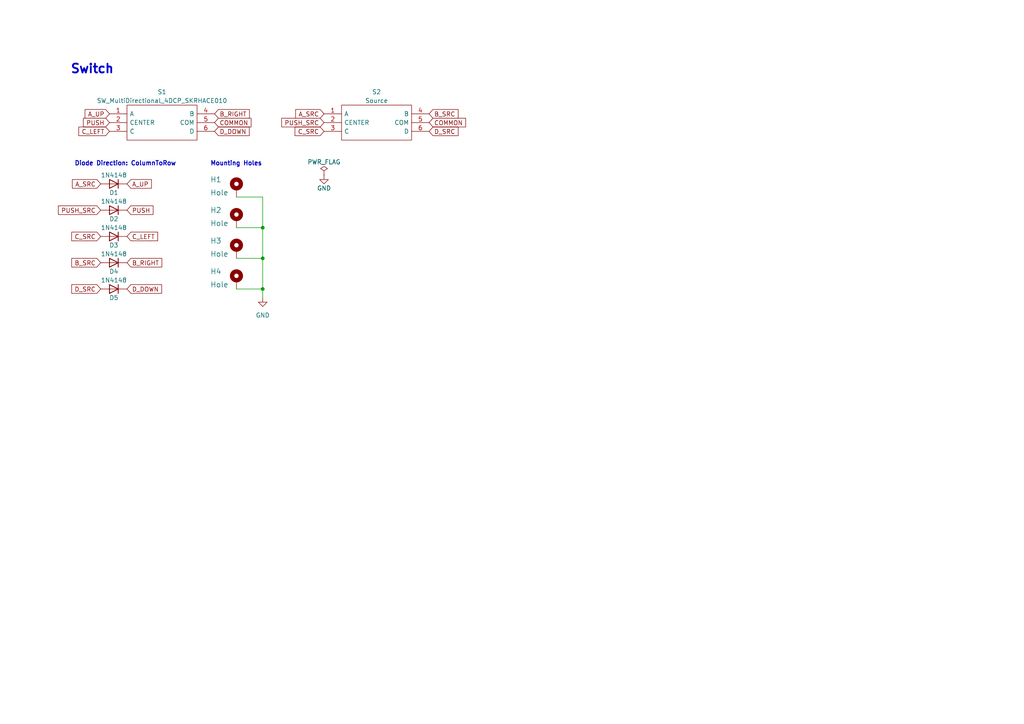
<source format=kicad_sch>
(kicad_sch (version 20230121) (generator eeschema)
  (paper "A4")
  (lib_symbols
    (symbol "Diode:1N4148" (pin_numbers hide) (pin_names hide)
      (property "Reference" "D" (at 0 2.54 0))
      (property "Value" "1N4148" (at 0 -2.54 0))
      (symbol "1N4148_0_1"
        (polyline (pts (xy -1.27 1.27) (xy -1.27 -1.27)) (stroke (width 0.254)))
        (polyline (pts (xy 1.27 0) (xy -1.27 0)))
        (polyline (pts (xy 1.27 1.27) (xy 1.27 -1.27) (xy -1.27 0) (xy 1.27 1.27)) (stroke (width 0.254)))
      )
      (symbol "1N4148_1_1"
        (pin passive line (at -3.81 0 0) (length 2.54) (name "K") (number "1"))
        (pin passive line (at 3.81 0 180) (length 2.54) (name "A") (number "2"))
      )
    )
    (symbol "Keebrary:SW_MultiDirectional_4DCP_SKRHACE010" (pin_names (offset 0.762))
      (property "Reference" "S" (at 26.67 7.62 0))
      (property "Value" "SW_MultiDirectional_4DCP_SKRHACE010" (at 26.67 5.08 0))
      (symbol "SW_MultiDirectional_4DCP_SKRHACE010_0_0"
        (pin passive line (at 0 0 0) (length 5.08) (name "A") (number "1"))
        (pin passive line (at 0 -2.54 0) (length 5.08) (name "CENTER") (number "2"))
        (pin passive line (at 0 -5.08 0) (length 5.08) (name "C") (number "3"))
        (pin passive line (at 30.48 0 180) (length 5.08) (name "B") (number "4"))
        (pin passive line (at 30.48 -2.54 180) (length 5.08) (name "COM") (number "5"))
        (pin passive line (at 30.48 -5.08 180) (length 5.08) (name "D") (number "6"))
      )
      (symbol "SW_MultiDirectional_4DCP_SKRHACE010_0_1"
        (polyline (pts (xy 5.08 2.54) (xy 25.4 2.54) (xy 25.4 -7.62) (xy 5.08 -7.62) (xy 5.08 2.54)) (stroke (width 0.1524)))
      )
    )
    (symbol "Mechanical:MountingHole_Pad" (pin_numbers hide) (pin_names (offset 1.016) hide)
      (property "Reference" "H" (at 0 6.35 0))
      (property "Value" "MountingHole_Pad" (at 0 4.445 0))
      (symbol "MountingHole_Pad_0_1"
        (circle (center 0 1.27) (radius 1.27) (stroke (width 1.27)))
      )
      (symbol "MountingHole_Pad_1_1"
        (pin input line (at 0 -2.54 90) (length 2.54) (name "1") (number "1"))
      )
    )
    (symbol "power:GND" (power) (pin_names (offset 0))
      (property "Value" "GND" (at 0 -3.81 0))
      (symbol "GND_0_1"
        (polyline (pts (xy 0 0) (xy 0 -1.27) (xy 1.27 -1.27) (xy 0 -2.54) (xy -1.27 -1.27) (xy 0 -1.27)))
      )
      (symbol "GND_1_1"
        (pin power_in line (at 0 0 270) (length 0) hide (name "GND") (number "1"))
      )
    )
    (symbol "power:PWR_FLAG" (power) (pin_numbers hide) (pin_names (offset 0) hide)
      (property "Value" "PWR_FLAG" (at 0 3.81 0))
      (symbol "PWR_FLAG_0_0"
        (pin power_out line (at 0 0 90) (length 0) (name "pwr") (number "1"))
      )
      (symbol "PWR_FLAG_0_1"
        (polyline (pts (xy 0 0) (xy 0 1.27) (xy -1.016 1.905) (xy 0 2.54) (xy 1.016 1.905) (xy 0 1.27)))
      )
    )
  )
  (junction (at 76.2 74.93))
  (junction (at 76.2 83.82))
  (junction (at 76.2 66.04))
  (wire (pts (xy 76.2 83.82) (xy 68.58 83.82)))
  (wire (pts (xy 76.2 66.04) (xy 76.2 74.93)))
  (wire (pts (xy 68.58 74.93) (xy 76.2 74.93)))
  (wire (pts (xy 76.2 57.15) (xy 76.2 66.04)))
  (wire (pts (xy 76.2 74.93) (xy 76.2 83.82)))
  (wire (pts (xy 76.2 86.36) (xy 76.2 83.82)))
  (wire (pts (xy 68.58 57.15) (xy 76.2 57.15)))
  (wire (pts (xy 68.58 66.04) (xy 76.2 66.04)))
  (text "Diode Direction: ColumnToRow" (at 21.59 48.26 0) (effects (font (size 1.27 1.27) (thickness 0.254) bold) (justify left bottom)))
  (text "Switch" (at 20.32 21.59 0) (effects (font (size 2.54 2.54) (thickness 0.508) bold) (justify left bottom)))
  (text "Mounting Holes" (at 60.96 48.26 0) (effects (font (size 1.27 1.27) (thickness 0.254) bold) (justify left bottom)))
  (global_label "PUSH" (shape input) (at 31.75 35.56 180) (property "Intersheetrefs" "${INTERSHEET_REFS}" (effects hide)))
  (global_label "A_UP" (shape input) (at 36.83 53.34 0) (property "Intersheetrefs" "${INTERSHEET_REFS}" (effects hide)))
  (global_label "C_SRC" (shape input) (at 29.21 68.58 180) (property "Intersheetrefs" "${INTERSHEET_REFS}" (effects hide)))
  (global_label "A_SRC" (shape input) (at 29.21 53.34 180) (property "Intersheetrefs" "${INTERSHEET_REFS}" (effects hide)))
  (global_label "A_UP" (shape input) (at 31.75 33.02 180) (property "Intersheetrefs" "${INTERSHEET_REFS}" (effects hide)))
  (global_label "C_LEFT" (shape input) (at 36.83 68.58 0) (property "Intersheetrefs" "${INTERSHEET_REFS}" (effects hide)))
  (global_label "D_SRC" (shape input) (at 29.21 83.82 180) (property "Intersheetrefs" "${INTERSHEET_REFS}" (effects hide)))
  (global_label "A_SRC" (shape input) (at 93.98 33.02 180) (property "Intersheetrefs" "${INTERSHEET_REFS}" (effects hide)))
  (global_label "B_RIGHT" (shape input) (at 62.23 33.02 0) (property "Intersheetrefs" "${INTERSHEET_REFS}" (effects hide)))
  (global_label "D_SRC" (shape input) (at 124.46 38.1 0) (property "Intersheetrefs" "${INTERSHEET_REFS}" (effects hide)))
  (global_label "D_DOWN" (shape input) (at 36.83 83.82 0) (property "Intersheetrefs" "${INTERSHEET_REFS}" (effects hide)))
  (global_label "PUSH_SRC" (shape input) (at 93.98 35.56 180) (property "Intersheetrefs" "${INTERSHEET_REFS}" (effects hide)))
  (global_label "B_SRC" (shape input) (at 124.46 33.02 0) (property "Intersheetrefs" "${INTERSHEET_REFS}" (effects hide)))
  (global_label "B_RIGHT" (shape input) (at 36.83 76.2 0) (property "Intersheetrefs" "${INTERSHEET_REFS}" (effects hide)))
  (global_label "COMMON" (shape input) (at 124.46 35.56 0) (property "Intersheetrefs" "${INTERSHEET_REFS}" (effects hide)))
  (global_label "PUSH" (shape input) (at 36.83 60.96 0) (property "Intersheetrefs" "${INTERSHEET_REFS}" (effects hide)))
  (global_label "C_SRC" (shape input) (at 93.98 38.1 180) (property "Intersheetrefs" "${INTERSHEET_REFS}" (effects hide)))
  (global_label "C_LEFT" (shape input) (at 31.75 38.1 180) (property "Intersheetrefs" "${INTERSHEET_REFS}" (effects hide)))
  (global_label "COMMON" (shape input) (at 62.23 35.56 0) (property "Intersheetrefs" "${INTERSHEET_REFS}" (effects hide)))
  (global_label "D_DOWN" (shape input) (at 62.23 38.1 0) (property "Intersheetrefs" "${INTERSHEET_REFS}" (effects hide)))
  (global_label "PUSH_SRC" (shape input) (at 29.21 60.96 180) (property "Intersheetrefs" "${INTERSHEET_REFS}" (effects hide)))
  (global_label "B_SRC" (shape input) (at 29.21 76.2 180) (property "Intersheetrefs" "${INTERSHEET_REFS}" (effects hide)))
  (symbol (lib_id "Keebrary:SW_MultiDirectional_4DCP_SKRHACE010") (at 93.98 33.02 0) (unit 1)
    (property "Reference" "S2" (at 109.22 26.67 0))
    (property "Value" "Source" (at 109.22 29.21 0))
    (property "Footprint" "Keebrary:SW_MX_1u_PCB_SKRHAdapter" (effects hide))
    (property "Datasheet" "https://www.alps.com/prod/info/E/HTML/MultiControl/Switch/SKRH/SKRHACE010.html" (effects hide))
    (property "Description" "Multi-Directional Switches 4-directn cntr push w/o boss 500K cycles" (effects hide))
    (property "Manufacturer_Name" "ALPS Electric" (effects hide))
    (property "Manufacturer_Part_Number" "SKRHACE010" (effects hide))
    (property "Mouser Part Number" "688-SKRHAC" (effects hide))
    (property "Mouser Price/Stock" "https://www.mouser.co.uk/ProductDetail/Alps-Alpine/SKRHACE010?qs=seHrhfPpLDxjRn0EPRko3g%3D%3D" (effects hide))
  )
  (symbol (lib_id "Mechanical:MountingHole_Pad") (at 68.58 63.5 0) (unit 1)
    (property "Reference" "H2" (at 60.96 60.96 0) (effects (font (size 1.524 1.524)) (justify left)))
    (property "Value" "Hole" (at 60.96 64.77 0) (effects (font (size 1.524 1.524)) (justify left)))
    (property "Footprint" "Keebrary:MountingHole_2.2mm_M2_Pad_3.8mm" (effects hide))
  )
  (symbol (lib_id "Mechanical:MountingHole_Pad") (at 68.58 81.28 0) (unit 1)
    (property "Reference" "H4" (at 60.96 78.74 0) (effects (font (size 1.524 1.524)) (justify left)))
    (property "Value" "Hole" (at 60.96 82.55 0) (effects (font (size 1.524 1.524)) (justify left)))
    (property "Footprint" "Keebrary:MountingHole_2.2mm_M2_Pad_3.8mm" (effects hide))
  )
  (symbol (lib_id "Diode:1N4148") (at 33.02 83.82 180) (unit 1)
    (property "Reference" "D5" (at 33.02 86.36 0))
    (property "Value" "1N4148" (at 33.02 81.28 0))
    (property "Footprint" "Keebrary:Diode_D_SOD-123_Silkless_Reversible" (effects hide))
    (property "Datasheet" "https://assets.nexperia.com/documents/data-sheet/1N4148_1N4448.pdf" (effects hide))
  )
  (symbol (lib_id "Keebrary:SW_MultiDirectional_4DCP_SKRHACE010") (at 31.75 33.02 0) (unit 1)
    (property "Reference" "S1" (at 46.99 26.67 0))
    (property "Value" "SW_MultiDirectional_4DCP_SKRHACE010" (at 46.99 29.21 0))
    (property "Footprint" "Keebrary:SW_MultiDirectional_4DCP_SKRHACE010_SMD_7.5x7.5mm_DualSide" (effects hide))
    (property "Datasheet" "https://www.alps.com/prod/info/E/HTML/MultiControl/Switch/SKRH/SKRHACE010.html" (effects hide))
    (property "Description" "Multi-Directional Switches 4-directn cntr push w/o boss 500K cycles" (effects hide))
    (property "Manufacturer_Name" "ALPS Electric" (effects hide))
    (property "Manufacturer_Part_Number" "SKRHACE010" (effects hide))
    (property "Mouser Part Number" "688-SKRHAC" (effects hide))
    (property "Mouser Price/Stock" "https://www.mouser.co.uk/ProductDetail/Alps-Alpine/SKRHACE010?qs=seHrhfPpLDxjRn0EPRko3g%3D%3D" (effects hide))
  )
  (symbol (lib_id "Mechanical:MountingHole_Pad") (at 68.58 72.39 0) (unit 1)
    (property "Reference" "H3" (at 60.96 69.85 0) (effects (font (size 1.524 1.524)) (justify left)))
    (property "Value" "Hole" (at 60.96 73.66 0) (effects (font (size 1.524 1.524)) (justify left)))
    (property "Footprint" "Keebrary:MountingHole_2.2mm_M2_Pad_3.8mm" (effects hide))
  )
  (symbol (lib_id "power:PWR_FLAG") (at 93.98 50.8 0) (unit 1)
    (property "Reference" "#FLG01" (effects hide))
    (property "Value" "PWR_FLAG" (at 93.98 46.99 0))
  )
  (symbol (lib_id "Diode:1N4148") (at 33.02 60.96 180) (unit 1)
    (property "Reference" "D2" (at 33.02 63.5 0))
    (property "Value" "1N4148" (at 33.02 58.42 0))
    (property "Footprint" "Keebrary:Diode_D_SOD-123_Silkless_Reversible" (effects hide))
    (property "Datasheet" "https://assets.nexperia.com/documents/data-sheet/1N4148_1N4448.pdf" (effects hide))
  )
  (symbol (lib_id "Diode:1N4148") (at 33.02 68.58 180) (unit 1)
    (property "Reference" "D3" (at 33.02 71.12 0))
    (property "Value" "1N4148" (at 33.02 66.04 0))
    (property "Footprint" "Keebrary:Diode_D_SOD-123_Silkless_Reversible" (effects hide))
    (property "Datasheet" "https://assets.nexperia.com/documents/data-sheet/1N4148_1N4448.pdf" (effects hide))
  )
  (symbol (lib_id "power:GND") (at 93.98 50.8 0) (unit 1)
    (property "Reference" "#PWR02" (effects hide))
    (property "Value" "GND" (at 93.98 54.61 0))
  )
  (symbol (lib_id "Diode:1N4148") (at 33.02 76.2 180) (unit 1)
    (property "Reference" "D4" (at 33.02 78.74 0))
    (property "Value" "1N4148" (at 33.02 73.66 0))
    (property "Footprint" "Keebrary:Diode_D_SOD-123_Silkless_Reversible" (effects hide))
    (property "Datasheet" "https://assets.nexperia.com/documents/data-sheet/1N4148_1N4448.pdf" (effects hide))
  )
  (symbol (lib_id "Mechanical:MountingHole_Pad") (at 68.58 54.61 0) (unit 1)
    (property "Reference" "H1" (at 60.96 52.07 0) (effects (font (size 1.524 1.524)) (justify left)))
    (property "Value" "Hole" (at 60.96 55.88 0) (effects (font (size 1.524 1.524)) (justify left)))
    (property "Footprint" "Keebrary:MountingHole_2.2mm_M2_Pad_3.8mm" (effects hide))
  )
  (symbol (lib_id "power:GND") (at 76.2 86.36 0) (unit 1)
    (property "Reference" "#PWR01" (effects hide))
    (property "Value" "GND" (at 76.2 91.44 0))
  )
  (symbol (lib_id "Diode:1N4148") (at 33.02 53.34 180) (unit 1)
    (property "Reference" "D1" (at 33.02 55.88 0))
    (property "Value" "1N4148" (at 33.02 50.8 0))
    (property "Footprint" "Keebrary:Diode_D_SOD-123_Silkless_Reversible" (effects hide))
    (property "Datasheet" "https://assets.nexperia.com/documents/data-sheet/1N4148_1N4448.pdf" (effects hide))
  )
)
</source>
